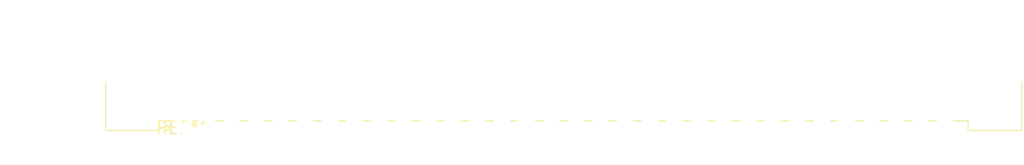
<source format=kicad_pcb>
(kicad_pcb (version 20240108) (generator pcbnew)
  (layers (0 "F.Cu" signal) (31 "B.Cu" signal) (34 "B.Paste" user) (35 "F.Paste" user) (36 "B.SilkS" user "B.Silkscreen") (37 "F.SilkS" user "F.Silkscreen") (38 "B.Mask" user) (39 "F.Mask" user) (44 "Edge.Cuts" user))
  (net 0 "")
  (footprint "DIN41612_B_2x32_Male_Horizontal_THT" (layer "F.Cu") (at 0 0)
    (property "Reference" "REF**")
    (property "Value" "DIN41612_B_2x32_Male_Horizontal_THT")
    (fp_line (start -7.89 -4.74) (end -7.89 0.26) (layer "F.SilkS") (stroke (width 0.12)))
    (fp_line (start -7.89 0.26) (end -2.37 0.26) (layer "F.SilkS") (stroke (width 0.12)))
    (fp_line (start -2.371 -0.74) (end -1.095 -0.74) (layer "F.SilkS") (stroke (width 0.12)))
    (fp_line (start -2.37 0.26) (end -2.37 -0.74) (layer "F.SilkS") (stroke (width 0.12)))
    (fp_line (start -1.695 -0.3) (end -1.695 0.3) (layer "F.SilkS") (stroke (width 0.12)))
    (fp_line (start -1.695 0.3) (end -1.095 0) (layer "F.SilkS") (stroke (width 0.12)))
    (fp_line (start -1.095 0) (end -1.695 -0.3) (layer "F.SilkS") (stroke (width 0.12)))
    (fp_line (start 1.095 -0.74) (end 1.671 -0.74) (layer "F.SilkS") (stroke (width 0.12)))
    (fp_line (start 3.41 -0.74) (end 4.211 -0.74) (layer "F.SilkS") (stroke (width 0.12)))
    (fp_line (start 5.95 -0.74) (end 6.751 -0.74) (layer "F.SilkS") (stroke (width 0.12)))
    (fp_line (start 8.49 -0.74) (end 9.291 -0.74) (layer "F.SilkS") (stroke (width 0.12)))
    (fp_line (start 11.03 -0.74) (end 11.831 -0.74) (layer "F.SilkS") (stroke (width 0.12)))
    (fp_line (start 13.57 -0.74) (end 14.371 -0.74) (layer "F.SilkS") (stroke (width 0.12)))
    (fp_line (start 16.11 -0.74) (end 16.911 -0.74) (layer "F.SilkS") (stroke (width 0.12)))
    (fp_line (start 18.65 -0.74) (end 19.451 -0.74) (layer "F.SilkS") (stroke (width 0.12)))
    (fp_line (start 21.19 -0.74) (end 21.991 -0.74) (layer "F.SilkS") (stroke (width 0.12)))
    (fp_line (start 23.73 -0.74) (end 24.531 -0.74) (layer "F.SilkS") (stroke (width 0.12)))
    (fp_line (start 26.27 -0.74) (end 27.071 -0.74) (layer "F.SilkS") (stroke (width 0.12)))
    (fp_line (start 28.81 -0.74) (end 29.611 -0.74) (layer "F.SilkS") (stroke (width 0.12)))
    (fp_line (start 31.35 -0.74) (end 32.151 -0.74) (layer "F.SilkS") (stroke (width 0.12)))
    (fp_line (start 33.89 -0.74) (end 34.691 -0.74) (layer "F.SilkS") (stroke (width 0.12)))
    (fp_line (start 36.43 -0.74) (end 37.231 -0.74) (layer "F.SilkS") (stroke (width 0.12)))
    (fp_line (start 38.97 -0.74) (end 39.771 -0.74) (layer "F.SilkS") (stroke (width 0.12)))
    (fp_line (start 41.51 -0.74) (end 42.311 -0.74) (layer "F.SilkS") (stroke (width 0.12)))
    (fp_line (start 44.05 -0.74) (end 44.851 -0.74) (layer "F.SilkS") (stroke (width 0.12)))
    (fp_line (start 46.59 -0.74) (end 47.391 -0.74) (layer "F.SilkS") (stroke (width 0.12)))
    (fp_line (start 49.13 -0.74) (end 49.931 -0.74) (layer "F.SilkS") (stroke (width 0.12)))
    (fp_line (start 51.67 -0.74) (end 52.471 -0.74) (layer "F.SilkS") (stroke (width 0.12)))
    (fp_line (start 54.21 -0.74) (end 55.011 -0.74) (layer "F.SilkS") (stroke (width 0.12)))
    (fp_line (start 56.75 -0.74) (end 57.551 -0.74) (layer "F.SilkS") (stroke (width 0.12)))
    (fp_line (start 59.29 -0.74) (end 60.091 -0.74) (layer "F.SilkS") (stroke (width 0.12)))
    (fp_line (start 61.83 -0.74) (end 62.631 -0.74) (layer "F.SilkS") (stroke (width 0.12)))
    (fp_line (start 64.37 -0.74) (end 65.171 -0.74) (layer "F.SilkS") (stroke (width 0.12)))
    (fp_line (start 66.91 -0.74) (end 67.711 -0.74) (layer "F.SilkS") (stroke (width 0.12)))
    (fp_line (start 69.45 -0.74) (end 70.251 -0.74) (layer "F.SilkS") (stroke (width 0.12)))
    (fp_line (start 71.99 -0.74) (end 72.791 -0.74) (layer "F.SilkS") (stroke (width 0.12)))
    (fp_line (start 74.53 -0.74) (end 75.331 -0.74) (layer "F.SilkS") (stroke (width 0.12)))
    (fp_line (start 77.07 -0.74) (end 77.871 -0.74) (layer "F.SilkS") (stroke (width 0.12)))
    (fp_line (start 79.61 -0.74) (end 81.11 -0.74) (layer "F.SilkS") (stroke (width 0.12)))
    (fp_line (start 81.11 0.26) (end 81.11 -0.74) (layer "F.SilkS") (stroke (width 0.12)))
    (fp_line (start 86.63 -4.74) (end 86.63 0.26) (layer "F.SilkS") (stroke (width 0.12)))
    (fp_line (start 86.63 0.26) (end 81.11 0.26) (layer "F.SilkS") (stroke (width 0.12)))
    (pad "" np_thru_hole circle (at -5.08 -2.54) (size 2.85 2.85) (drill 2.85) (layers *.Cu *.Mask))
    (pad "" np_thru_hole circle (at 83.82 -2.54) (size 2.85 2.85) (drill 2.85) (layers *.Cu *.Mask))
    (pad "a1" thru_hole roundrect (at 0 0) (size 1.55 1.55) (drill 1) (layers *.Cu *.Mask) (remove_unused_layers) (roundrect_rratio 0.16129))
    (pad "a2" thru_hole circle (at 2.54 0) (size 1.55 1.55) (drill 1) (layers *.Cu *.Mask) (remove_unused_layers))
    (pad "a3" thru_hole circle (at 5.08 0) (size 1.55 1.55) (drill 1) (layers *.Cu *.Mask) (remove_unused_layers))
    (pad "a4" thru_hole circle (at 7.62 0) (size 1.55 1.55) (drill 1) (layers *.Cu *.Mask) (remove_unused_layers))
    (pad "a5" thru_hole circle (at 10.16 0) (size 1.55 1.55) (drill 1) (layers *.Cu *.Mask) (remove_unused_layers))
    (pad "a6" thru_hole circle (at 12.7 0) (size 1.55 1.55) (drill 1) (layers *.Cu *.Mask) (remove_unused_layers))
    (pad "a7" thru_hole circle (at 15.24 0) (size 1.55 1.55) (drill 1) (layers *.Cu *.Mask) (remove_unused_layers))
    (pad "a8" thru_hole circle (at 17.78 0) (size 1.55 1.55) (drill 1) (layers *.Cu *.Mask) (remove_unused_layers))
    (pad "a9" thru_hole circle (at 20.32 0) (size 1.55 1.55) (drill 1) (layers *.Cu *.Mask) (remove_unused_layers))
    (pad "a10" thru_hole circle (at 22.86 0) (size 1.55 1.55) (drill 1) (layers *.Cu *.Mask) (remove_unused_layers))
    (pad "a11" thru_hole circle (at 25.4 0) (size 1.55 1.55) (drill 1) (layers *.Cu *.Mask) (remove_unused_layers))
    (pad "a12" thru_hole circle (at 27.94 0) (size 1.55 1.55) (drill 1) (layers *.Cu *.Mask) (remove_unused_layers))
    (pad "a13" thru_hole circle (at 30.48 0) (size 1.55 1.55) (drill 1) (layers *.Cu *.Mask) (remove_unused_layers))
    (pad "a14" thru_hole circle (at 33.02 0) (size 1.55 1.55) (drill 1) (layers *.Cu *.Mask) (remove_unused_layers))
    (pad "a15" thru_hole circle (at 35.56 0) (size 1.55 1.55) (drill 1) (layers *.Cu *.Mask) (remove_unused_layers))
    (pad "a16" thru_hole circle (at 38.1 0) (size 1.55 1.55) (drill 1) (layers *.Cu *.Mask) (remove_unused_layers))
    (pad "a17" thru_hole circle (at 40.64 0) (size 1.55 1.55) (drill 1) (layers *.Cu *.Mask) (remove_unused_layers))
    (pad "a18" thru_hole circle (at 43.18 0) (size 1.55 1.55) (drill 1) (layers *.Cu *.Mask) (remove_unused_layers))
    (pad "a19" thru_hole circle (at 45.72 0) (size 1.55 1.55) (drill 1) (layers *.Cu *.Mask) (remove_unused_layers))
    (pad "a20" thru_hole circle (at 48.26 0) (size 1.55 1.55) (drill 1) (layers *.Cu *.Mask) (remove_unused_layers))
    (pad "a21" thru_hole circle (at 50.8 0) (size 1.55 1.55) (drill 1) (layers *.Cu *.Mask) (remove_unused_layers))
    (pad "a22" thru_hole circle (at 53.34 0) (size 1.55 1.55) (drill 1) (layers *.Cu *.Mask) (remove_unused_layers))
    (pad "a23" thru_hole circle (at 55.88 0) (size 1.55 1.55) (drill 1) (layers *.Cu *.Mask) (remove_unused_layers))
    (pad "a24" thru_hole circle (at 58.42 0) (size 1.55 1.55) (drill 1) (layers *.Cu *.Mask) (remove_unused_layers))
    (pad "a25" thru_hole circle (at 60.96 0) (size 1.55 1.55) (drill 1) (layers *.Cu *.Mask) (remove_unused_layers))
    (pad "a26" thru_hole circle (at 63.5 0) (size 1.55 1.55) (drill 1) (layers *.Cu *.Mask) (remove_unused_layers))
    (pad "a27" thru_hole circle (at 66.04 0) (size 1.55 1.55) (drill 1) (layers *.Cu *.Mask) (remove_unused_layers))
    (pad "a28" thru_hole circle (at 68.58 0) (size 1.55 1.55) (drill 1) (layers *.Cu *.Mask) (remove_unused_layers))
    (pad "a29" thru_hole circle (at 71.12 0) (size 1.55 1.55) (drill 1) (layers *.Cu *.Mask) (remove_unused_layers))
    (pad "a30" thru_hole circle (at 73.66 0) (size 1.55 1.55) (drill 1) (layers *.Cu *.Mask) (remove_unused_layers))
    (pad "a31" thru_hole circle (at 76.2 0) (size 1.55 1.55) (drill 1) (layers *.Cu *.Mask) (remove_unused_layers))
    (pad "a32" thru_hole circle (at 78.74 0) (size 1.55 1.55) (drill 1) (layers *.Cu *.Mask) (remove_unused_layers))
    (pad "b1" thru_hole circle (at 0 2.54) (size 1.55 1.55) (drill 1) (layers *.Cu *.Mask) (remove_unused_layers))
    (pad "b2" thru_hole circle (at 2.54 2.54) (size 1.55 1.55) (drill 1) (layers *.Cu *.Mask) (remove_unused_layers))
    (pad "b3" thru_hole circle (at 5.08 2.54) (size 1.55 1.55) (drill 1) (layers *.Cu *.Mask) (remove_unused_layers))
    (pad "b4" thru_hole circle (at 7.62 2.54) (size 1.55 1.55) (drill 1) (layers *.Cu *.Mask) (remove_unused_layers))
    (pad "b5" thru_hole circle (at 10.16 2.54) (size 1.55 1.55) (drill 1) (layers *.Cu *.Mask) (remove_unused_layers))
    (pad "b6" thru_hole circle (at 12.7 2.54) (size 1.55 1.55) (drill 1) (layers *.Cu *.Mask) (remove_unused_layers))
    (pad "b7" thru_hole circle (at 15.24 2.54) (size 1.55 1.55) (drill 1) (layers *.Cu *.Mask) (remove_unused_layers))
    (pad "b8" thru_hole circle (at 17.78 2.54) (size 1.55 1.55) (drill 1) (layers *.Cu *.Mask) (remove_unused_layers))
    (pad "b9" thru_hole circle (at 20.32 2.54) (size 1.55 1.55) (drill 1) (layers *.Cu *.Mask) (remove_unused_layers))
    (pad "b10" thru_hole circle (at 22.86 2.54) (size 1.55 1.55) (drill 1) (layers *.Cu *.Mask) (remove_unused_layers))
    (pad "b11" thru_hole circle (at 25.4 2.54) (size 1.55 1.55) (drill 1) (layers *.Cu *.Mask) (remove_unused_layers))
    (pad "b12" thru_hole circle (at 27.94 2.54) (size 1.55 1.55) (drill 1) (layers *.Cu *.Mask) (remove_unused_layers))
    (pad "b13" thru_hole circle (at 30.48 2.54) (size 1.55 1.55) (drill 1) (layers *.Cu *.Mask) (remove_unused_layers))
    (pad "b14" thru_hole circle (at 33.02 2.54) (size 1.55 1.55) (drill 1) (layers *.Cu *.Mask) (remove_unused_layers))
    (pad "b15" thru_hole circle (at 35.56 2.54) (size 1.55 1.55) (drill 1) (layers *.Cu *.Mask) (remove_unused_layers))
    (pad "b16" thru_hole circle (at 38.1 2.54) (size 1.55 1.55) (drill 1) (layers *.Cu *.Mask) (remove_unused_layers))
    (pad "b17" thru_hole circle (at 40.64 2.54) (size 1.55 1.55) (drill 1) (layers *.Cu *.Mask) (remove_unused_layers))
    (pad "b18" thru_hole circle (at 43.18 2.54) (size 1.55 1.55) (drill 1) (layers *.Cu *.Mask) (remove_unused_layers))
    (pad "b19" thru_hole circle (at 45.72 2.54) (size 1.55 1.55) (drill 1) (layers *.Cu *.Mask) (remove_unused_layers))
    (pad "b20" thru_hole circle (at 48.26 2.54) (size 1.55 1.55) (drill 1) (layers *.Cu *.Mask) (remove_unused_layers))
    (pad "b21" thru_hole circle (at 50.8 2.54) (size 1.55 1.55) (drill 1) (layers *.Cu *.Mask) (remove_unused_layers))
    (pad "b22" thru_hole circle (at 53.34 2.54) (size 1.55 1.55) (drill 1) (layers *.Cu *.Mask) (remove_unused_layers))
    (pad "b23" thru_hole circle (at 55.88 2.54) (size 1.55 1.55) (drill 1) (layers *.Cu *.Mask) (remove_unused_layers))
    (pad "b24" thru_hole circle (at 58.42 2.54) (size 1.55 1.55) (drill 1) (layers *.Cu *.Mask) (remove_unused_layers))
    (pad "b25" thru_hole circle (at 60.96 2.54) (size 1.55 1.55) (drill 1) (layers *.Cu *.Mask) (remove_unused_layers))
    (pad "b26" thru_hole circle (at 63.5 2.54) (size 1.55 1.55) (drill 1) (layers *.Cu *.Mask) (remove_unused_layers))
    (pad "b27" thru_hole circle (at 66.04 2.54) (size 1.55 1.55) (drill 1) (layers *.Cu *.Mask) (remove_unused_layers))
    (pad "b28" thru_hole circle (at 68.58 2.54) (size 1.55 1.55) (drill 1) (layers *.Cu *.Mask) (remove_unused_layers))
    (pad "b29" thru_hole circle (at 71.12 2.54) (size 1.55 1.55) (drill 1) (layers *.Cu *.Mask) (remove_unused_layers))
    (pad "b30" thru_hole circle (at 73.66 2.54) (size 1.55 1.55) (drill 1) (layers *.Cu *.Mask) (remove_unused_layers))
    (pad "b31" thru_hole circle (at 76.2 2.54) (size 1.55 1.55) (drill 1) (layers *.Cu *.Mask) (remove_unused_layers))
    (pad "b32" thru_hole circle (at 78.74 2.54) (size 1.55 1.55) (drill 1) (layers *.Cu *.Mask) (remove_unused_layers))
  )
)
</source>
